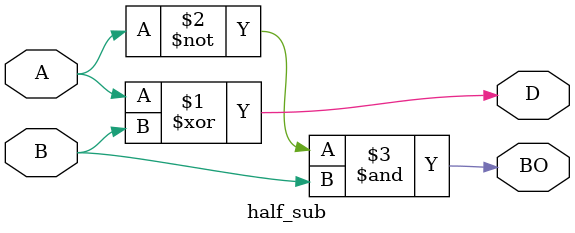
<source format=v>
`timescale 1ns / 1ps


module half_sub(
    input A,
    input B,
    output D,
    output BO
    );
    xor(D,A,B);
    and(BO,~A,B);
endmodule

</source>
